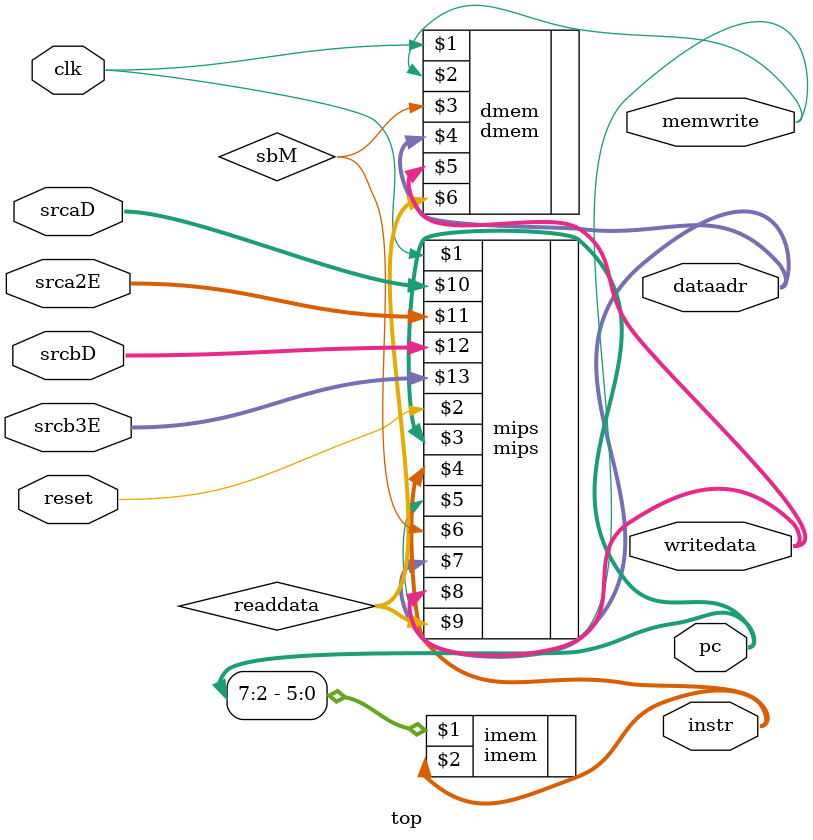
<source format=sv>
module top (input clk, reset,
				
output [31:0] writedata, dataadr,pc,instr,
				
output memwrite,
				
input [31:0] srcaD,srca2E,srcbD,srcb3E);

		
reg [31:0]  readdata;
		
reg sbM;

// instantiate processor and memories
		
mips mips (clk, reset, pc, instr,
		
memwrite,sbM,dataadr,writedata, readdata,
		 
srcaD,srca2E,srcbD,srcb3E);

		
imem imem (pc[7:2], instr);

		
dmem dmem (clk, memwrite,sbM, dataadr, writedata,readdata);

endmodule

</source>
